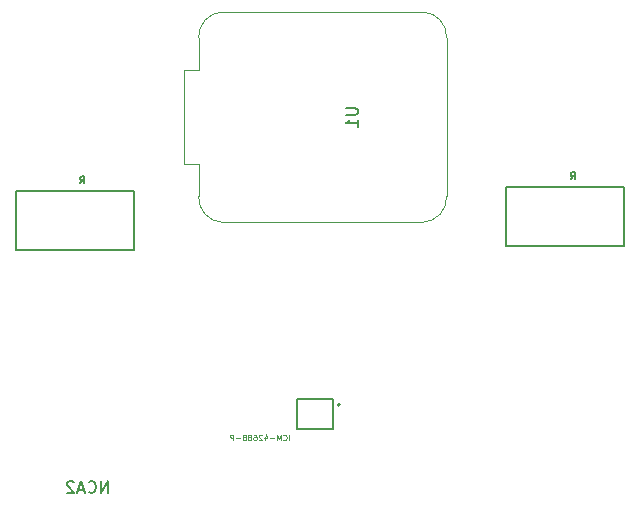
<source format=gbr>
%TF.GenerationSoftware,KiCad,Pcbnew,9.0.2*%
%TF.CreationDate,2025-08-01T16:53:23-07:00*%
%TF.ProjectId,bitboy,62697462-6f79-42e6-9b69-6361645f7063,rev?*%
%TF.SameCoordinates,Original*%
%TF.FileFunction,AssemblyDrawing,Bot*%
%FSLAX46Y46*%
G04 Gerber Fmt 4.6, Leading zero omitted, Abs format (unit mm)*
G04 Created by KiCad (PCBNEW 9.0.2) date 2025-08-01 16:53:23*
%MOMM*%
%LPD*%
G01*
G04 APERTURE LIST*
%ADD10C,0.150000*%
%ADD11C,0.148077*%
%ADD12C,0.120000*%
%ADD13C,0.127000*%
%ADD14C,0.100000*%
%ADD15C,0.200000*%
G04 APERTURE END LIST*
D10*
X128827213Y-83649819D02*
X128827213Y-82649819D01*
X128827213Y-82649819D02*
X128255785Y-83649819D01*
X128255785Y-83649819D02*
X128255785Y-82649819D01*
X127208166Y-83554580D02*
X127255785Y-83602200D01*
X127255785Y-83602200D02*
X127398642Y-83649819D01*
X127398642Y-83649819D02*
X127493880Y-83649819D01*
X127493880Y-83649819D02*
X127636737Y-83602200D01*
X127636737Y-83602200D02*
X127731975Y-83506961D01*
X127731975Y-83506961D02*
X127779594Y-83411723D01*
X127779594Y-83411723D02*
X127827213Y-83221247D01*
X127827213Y-83221247D02*
X127827213Y-83078390D01*
X127827213Y-83078390D02*
X127779594Y-82887914D01*
X127779594Y-82887914D02*
X127731975Y-82792676D01*
X127731975Y-82792676D02*
X127636737Y-82697438D01*
X127636737Y-82697438D02*
X127493880Y-82649819D01*
X127493880Y-82649819D02*
X127398642Y-82649819D01*
X127398642Y-82649819D02*
X127255785Y-82697438D01*
X127255785Y-82697438D02*
X127208166Y-82745057D01*
X126827213Y-83364104D02*
X126351023Y-83364104D01*
X126922451Y-83649819D02*
X126589118Y-82649819D01*
X126589118Y-82649819D02*
X126255785Y-83649819D01*
X125970070Y-82745057D02*
X125922451Y-82697438D01*
X125922451Y-82697438D02*
X125827213Y-82649819D01*
X125827213Y-82649819D02*
X125589118Y-82649819D01*
X125589118Y-82649819D02*
X125493880Y-82697438D01*
X125493880Y-82697438D02*
X125446261Y-82745057D01*
X125446261Y-82745057D02*
X125398642Y-82840295D01*
X125398642Y-82840295D02*
X125398642Y-82935533D01*
X125398642Y-82935533D02*
X125446261Y-83078390D01*
X125446261Y-83078390D02*
X126017689Y-83649819D01*
X126017689Y-83649819D02*
X125398642Y-83649819D01*
D11*
X168023519Y-57101267D02*
X168220955Y-56819215D01*
X168361981Y-57101267D02*
X168361981Y-56508959D01*
X168361981Y-56508959D02*
X168136340Y-56508959D01*
X168136340Y-56508959D02*
X168079929Y-56537164D01*
X168079929Y-56537164D02*
X168051724Y-56565369D01*
X168051724Y-56565369D02*
X168023519Y-56621779D01*
X168023519Y-56621779D02*
X168023519Y-56706395D01*
X168023519Y-56706395D02*
X168051724Y-56762805D01*
X168051724Y-56762805D02*
X168079929Y-56791010D01*
X168079929Y-56791010D02*
X168136340Y-56819215D01*
X168136340Y-56819215D02*
X168361981Y-56819215D01*
D10*
X148984819Y-51058095D02*
X149794342Y-51058095D01*
X149794342Y-51058095D02*
X149889580Y-51105714D01*
X149889580Y-51105714D02*
X149937200Y-51153333D01*
X149937200Y-51153333D02*
X149984819Y-51248571D01*
X149984819Y-51248571D02*
X149984819Y-51439047D01*
X149984819Y-51439047D02*
X149937200Y-51534285D01*
X149937200Y-51534285D02*
X149889580Y-51581904D01*
X149889580Y-51581904D02*
X149794342Y-51629523D01*
X149794342Y-51629523D02*
X148984819Y-51629523D01*
X149984819Y-52629523D02*
X149984819Y-52058095D01*
X149984819Y-52343809D02*
X148984819Y-52343809D01*
X148984819Y-52343809D02*
X149127676Y-52248571D01*
X149127676Y-52248571D02*
X149222914Y-52153333D01*
X149222914Y-52153333D02*
X149270533Y-52058095D01*
D12*
X144190628Y-79186017D02*
X144190628Y-78706017D01*
X143687771Y-79140302D02*
X143710628Y-79163160D01*
X143710628Y-79163160D02*
X143779200Y-79186017D01*
X143779200Y-79186017D02*
X143824914Y-79186017D01*
X143824914Y-79186017D02*
X143893485Y-79163160D01*
X143893485Y-79163160D02*
X143939200Y-79117445D01*
X143939200Y-79117445D02*
X143962057Y-79071731D01*
X143962057Y-79071731D02*
X143984914Y-78980302D01*
X143984914Y-78980302D02*
X143984914Y-78911731D01*
X143984914Y-78911731D02*
X143962057Y-78820302D01*
X143962057Y-78820302D02*
X143939200Y-78774588D01*
X143939200Y-78774588D02*
X143893485Y-78728874D01*
X143893485Y-78728874D02*
X143824914Y-78706017D01*
X143824914Y-78706017D02*
X143779200Y-78706017D01*
X143779200Y-78706017D02*
X143710628Y-78728874D01*
X143710628Y-78728874D02*
X143687771Y-78751731D01*
X143482057Y-79186017D02*
X143482057Y-78706017D01*
X143482057Y-78706017D02*
X143322057Y-79048874D01*
X143322057Y-79048874D02*
X143162057Y-78706017D01*
X143162057Y-78706017D02*
X143162057Y-79186017D01*
X142933486Y-79003160D02*
X142567772Y-79003160D01*
X142133486Y-78866017D02*
X142133486Y-79186017D01*
X142247771Y-78683160D02*
X142362057Y-79026017D01*
X142362057Y-79026017D02*
X142064914Y-79026017D01*
X141904914Y-78751731D02*
X141882057Y-78728874D01*
X141882057Y-78728874D02*
X141836343Y-78706017D01*
X141836343Y-78706017D02*
X141722057Y-78706017D01*
X141722057Y-78706017D02*
X141676343Y-78728874D01*
X141676343Y-78728874D02*
X141653485Y-78751731D01*
X141653485Y-78751731D02*
X141630628Y-78797445D01*
X141630628Y-78797445D02*
X141630628Y-78843160D01*
X141630628Y-78843160D02*
X141653485Y-78911731D01*
X141653485Y-78911731D02*
X141927771Y-79186017D01*
X141927771Y-79186017D02*
X141630628Y-79186017D01*
X141219200Y-78706017D02*
X141310628Y-78706017D01*
X141310628Y-78706017D02*
X141356342Y-78728874D01*
X141356342Y-78728874D02*
X141379200Y-78751731D01*
X141379200Y-78751731D02*
X141424914Y-78820302D01*
X141424914Y-78820302D02*
X141447771Y-78911731D01*
X141447771Y-78911731D02*
X141447771Y-79094588D01*
X141447771Y-79094588D02*
X141424914Y-79140302D01*
X141424914Y-79140302D02*
X141402057Y-79163160D01*
X141402057Y-79163160D02*
X141356342Y-79186017D01*
X141356342Y-79186017D02*
X141264914Y-79186017D01*
X141264914Y-79186017D02*
X141219200Y-79163160D01*
X141219200Y-79163160D02*
X141196342Y-79140302D01*
X141196342Y-79140302D02*
X141173485Y-79094588D01*
X141173485Y-79094588D02*
X141173485Y-78980302D01*
X141173485Y-78980302D02*
X141196342Y-78934588D01*
X141196342Y-78934588D02*
X141219200Y-78911731D01*
X141219200Y-78911731D02*
X141264914Y-78888874D01*
X141264914Y-78888874D02*
X141356342Y-78888874D01*
X141356342Y-78888874D02*
X141402057Y-78911731D01*
X141402057Y-78911731D02*
X141424914Y-78934588D01*
X141424914Y-78934588D02*
X141447771Y-78980302D01*
X140899199Y-78911731D02*
X140944914Y-78888874D01*
X140944914Y-78888874D02*
X140967771Y-78866017D01*
X140967771Y-78866017D02*
X140990628Y-78820302D01*
X140990628Y-78820302D02*
X140990628Y-78797445D01*
X140990628Y-78797445D02*
X140967771Y-78751731D01*
X140967771Y-78751731D02*
X140944914Y-78728874D01*
X140944914Y-78728874D02*
X140899199Y-78706017D01*
X140899199Y-78706017D02*
X140807771Y-78706017D01*
X140807771Y-78706017D02*
X140762057Y-78728874D01*
X140762057Y-78728874D02*
X140739199Y-78751731D01*
X140739199Y-78751731D02*
X140716342Y-78797445D01*
X140716342Y-78797445D02*
X140716342Y-78820302D01*
X140716342Y-78820302D02*
X140739199Y-78866017D01*
X140739199Y-78866017D02*
X140762057Y-78888874D01*
X140762057Y-78888874D02*
X140807771Y-78911731D01*
X140807771Y-78911731D02*
X140899199Y-78911731D01*
X140899199Y-78911731D02*
X140944914Y-78934588D01*
X140944914Y-78934588D02*
X140967771Y-78957445D01*
X140967771Y-78957445D02*
X140990628Y-79003160D01*
X140990628Y-79003160D02*
X140990628Y-79094588D01*
X140990628Y-79094588D02*
X140967771Y-79140302D01*
X140967771Y-79140302D02*
X140944914Y-79163160D01*
X140944914Y-79163160D02*
X140899199Y-79186017D01*
X140899199Y-79186017D02*
X140807771Y-79186017D01*
X140807771Y-79186017D02*
X140762057Y-79163160D01*
X140762057Y-79163160D02*
X140739199Y-79140302D01*
X140739199Y-79140302D02*
X140716342Y-79094588D01*
X140716342Y-79094588D02*
X140716342Y-79003160D01*
X140716342Y-79003160D02*
X140739199Y-78957445D01*
X140739199Y-78957445D02*
X140762057Y-78934588D01*
X140762057Y-78934588D02*
X140807771Y-78911731D01*
X140442056Y-78911731D02*
X140487771Y-78888874D01*
X140487771Y-78888874D02*
X140510628Y-78866017D01*
X140510628Y-78866017D02*
X140533485Y-78820302D01*
X140533485Y-78820302D02*
X140533485Y-78797445D01*
X140533485Y-78797445D02*
X140510628Y-78751731D01*
X140510628Y-78751731D02*
X140487771Y-78728874D01*
X140487771Y-78728874D02*
X140442056Y-78706017D01*
X140442056Y-78706017D02*
X140350628Y-78706017D01*
X140350628Y-78706017D02*
X140304914Y-78728874D01*
X140304914Y-78728874D02*
X140282056Y-78751731D01*
X140282056Y-78751731D02*
X140259199Y-78797445D01*
X140259199Y-78797445D02*
X140259199Y-78820302D01*
X140259199Y-78820302D02*
X140282056Y-78866017D01*
X140282056Y-78866017D02*
X140304914Y-78888874D01*
X140304914Y-78888874D02*
X140350628Y-78911731D01*
X140350628Y-78911731D02*
X140442056Y-78911731D01*
X140442056Y-78911731D02*
X140487771Y-78934588D01*
X140487771Y-78934588D02*
X140510628Y-78957445D01*
X140510628Y-78957445D02*
X140533485Y-79003160D01*
X140533485Y-79003160D02*
X140533485Y-79094588D01*
X140533485Y-79094588D02*
X140510628Y-79140302D01*
X140510628Y-79140302D02*
X140487771Y-79163160D01*
X140487771Y-79163160D02*
X140442056Y-79186017D01*
X140442056Y-79186017D02*
X140350628Y-79186017D01*
X140350628Y-79186017D02*
X140304914Y-79163160D01*
X140304914Y-79163160D02*
X140282056Y-79140302D01*
X140282056Y-79140302D02*
X140259199Y-79094588D01*
X140259199Y-79094588D02*
X140259199Y-79003160D01*
X140259199Y-79003160D02*
X140282056Y-78957445D01*
X140282056Y-78957445D02*
X140304914Y-78934588D01*
X140304914Y-78934588D02*
X140350628Y-78911731D01*
X140053485Y-79003160D02*
X139687771Y-79003160D01*
X139459199Y-79186017D02*
X139459199Y-78706017D01*
X139459199Y-78706017D02*
X139276342Y-78706017D01*
X139276342Y-78706017D02*
X139230627Y-78728874D01*
X139230627Y-78728874D02*
X139207770Y-78751731D01*
X139207770Y-78751731D02*
X139184913Y-78797445D01*
X139184913Y-78797445D02*
X139184913Y-78866017D01*
X139184913Y-78866017D02*
X139207770Y-78911731D01*
X139207770Y-78911731D02*
X139230627Y-78934588D01*
X139230627Y-78934588D02*
X139276342Y-78957445D01*
X139276342Y-78957445D02*
X139459199Y-78957445D01*
D11*
X126513519Y-57441267D02*
X126710955Y-57159215D01*
X126851981Y-57441267D02*
X126851981Y-56848959D01*
X126851981Y-56848959D02*
X126626340Y-56848959D01*
X126626340Y-56848959D02*
X126569929Y-56877164D01*
X126569929Y-56877164D02*
X126541724Y-56905369D01*
X126541724Y-56905369D02*
X126513519Y-56961779D01*
X126513519Y-56961779D02*
X126513519Y-57046395D01*
X126513519Y-57046395D02*
X126541724Y-57102805D01*
X126541724Y-57102805D02*
X126569929Y-57131010D01*
X126569929Y-57131010D02*
X126626340Y-57159215D01*
X126626340Y-57159215D02*
X126851981Y-57159215D01*
D13*
%TO.C,R1*%
X162580000Y-57720000D02*
X172580000Y-57720000D01*
X162580000Y-62720000D02*
X162580000Y-57720000D01*
X172580000Y-57720000D02*
X172580000Y-62720000D01*
X172580000Y-62720000D02*
X162580000Y-62720000D01*
D14*
%TO.C,U1*%
X135330000Y-47820000D02*
X135330000Y-55820000D01*
X135330000Y-55820000D02*
X136530000Y-55820000D01*
X136530000Y-45120000D02*
X136530000Y-47820000D01*
X136530000Y-47820000D02*
X135330000Y-47820000D01*
X136530000Y-55820000D02*
X136530000Y-58520000D01*
X138530000Y-60720000D02*
X155530000Y-60720000D01*
X155530000Y-42920000D02*
X138530000Y-42920000D01*
X157530000Y-58520000D02*
X157530000Y-45120000D01*
X136530000Y-45120000D02*
G75*
G02*
X138530000Y-42920000I2099999J100001D01*
G01*
X138532324Y-60720000D02*
G75*
G02*
X136530000Y-58520000I98836J2101160D01*
G01*
X155530000Y-42920000D02*
G75*
G02*
X157530000Y-45120000I-99999J-2099999D01*
G01*
X157530000Y-58520000D02*
G75*
G02*
X155530000Y-60720000I-2100000J-100000D01*
G01*
D13*
%TO.C,U3*%
X144900000Y-75725000D02*
X144900000Y-78225000D01*
X144900000Y-78225000D02*
X147900000Y-78225000D01*
X147900000Y-75725000D02*
X144900000Y-75725000D01*
X147900000Y-78225000D02*
X147900000Y-75725000D01*
D15*
X148500000Y-76175000D02*
G75*
G02*
X148300000Y-76175000I-100000J0D01*
G01*
X148300000Y-76175000D02*
G75*
G02*
X148500000Y-76175000I100000J0D01*
G01*
D13*
%TO.C,R2*%
X121070000Y-58060000D02*
X131070000Y-58060000D01*
X121070000Y-63060000D02*
X121070000Y-58060000D01*
X131070000Y-58060000D02*
X131070000Y-63060000D01*
X131070000Y-63060000D02*
X121070000Y-63060000D01*
%TD*%
M02*

</source>
